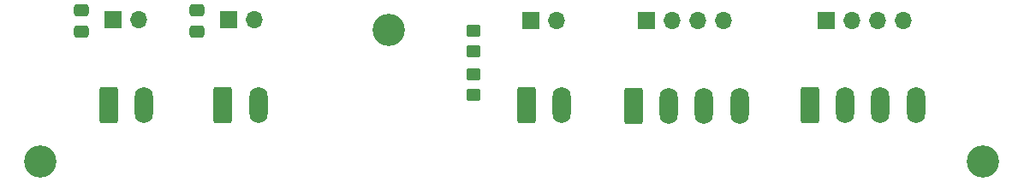
<source format=gbr>
%TF.GenerationSoftware,KiCad,Pcbnew,8.0.3*%
%TF.CreationDate,2024-08-08T19:12:20+01:00*%
%TF.ProjectId,FCPC Breakout PCB,46435043-2042-4726-9561-6b6f75742050,V1.1*%
%TF.SameCoordinates,Original*%
%TF.FileFunction,Soldermask,Top*%
%TF.FilePolarity,Negative*%
%FSLAX46Y46*%
G04 Gerber Fmt 4.6, Leading zero omitted, Abs format (unit mm)*
G04 Created by KiCad (PCBNEW 8.0.3) date 2024-08-08 19:12:20*
%MOMM*%
%LPD*%
G01*
G04 APERTURE LIST*
G04 Aperture macros list*
%AMRoundRect*
0 Rectangle with rounded corners*
0 $1 Rounding radius*
0 $2 $3 $4 $5 $6 $7 $8 $9 X,Y pos of 4 corners*
0 Add a 4 corners polygon primitive as box body*
4,1,4,$2,$3,$4,$5,$6,$7,$8,$9,$2,$3,0*
0 Add four circle primitives for the rounded corners*
1,1,$1+$1,$2,$3*
1,1,$1+$1,$4,$5*
1,1,$1+$1,$6,$7*
1,1,$1+$1,$8,$9*
0 Add four rect primitives between the rounded corners*
20,1,$1+$1,$2,$3,$4,$5,0*
20,1,$1+$1,$4,$5,$6,$7,0*
20,1,$1+$1,$6,$7,$8,$9,0*
20,1,$1+$1,$8,$9,$2,$3,0*%
G04 Aperture macros list end*
%ADD10RoundRect,0.250000X-0.650000X-1.550000X0.650000X-1.550000X0.650000X1.550000X-0.650000X1.550000X0*%
%ADD11O,1.800000X3.600000*%
%ADD12RoundRect,0.250000X-0.475000X0.337500X-0.475000X-0.337500X0.475000X-0.337500X0.475000X0.337500X0*%
%ADD13RoundRect,0.250000X0.450000X-0.350000X0.450000X0.350000X-0.450000X0.350000X-0.450000X-0.350000X0*%
%ADD14C,3.200000*%
%ADD15R,1.700000X1.700000*%
%ADD16O,1.700000X1.700000*%
G04 APERTURE END LIST*
D10*
%TO.C,J3*%
X153466800Y-127508000D03*
D11*
X156966800Y-127508000D03*
%TD*%
D12*
%TO.C,C2*%
X120842700Y-118121400D03*
X120842700Y-120196400D03*
%TD*%
%TO.C,C1*%
X109463500Y-118121400D03*
X109463500Y-120196400D03*
%TD*%
D10*
%TO.C,J4*%
X123438700Y-127540900D03*
D11*
X126938700Y-127540900D03*
%TD*%
D10*
%TO.C,J5*%
X112110300Y-127540900D03*
D11*
X115610300Y-127540900D03*
%TD*%
D13*
%TO.C,R1*%
X148234400Y-126476000D03*
X148234400Y-124476000D03*
%TD*%
D14*
%TO.C,REF\u002A\u002A*%
X105410000Y-133096000D03*
%TD*%
%TO.C,REF\u002A\u002A*%
X139852400Y-120091200D03*
%TD*%
D10*
%TO.C,J1*%
X181452300Y-127540900D03*
D11*
X184952300Y-127540900D03*
X188452300Y-127540900D03*
X191952300Y-127540900D03*
%TD*%
D13*
%TO.C,R2*%
X148234400Y-122158000D03*
X148234400Y-120158000D03*
%TD*%
D10*
%TO.C,J2*%
X164033200Y-127558800D03*
D11*
X167533200Y-127558800D03*
X171033200Y-127558800D03*
X174533200Y-127558800D03*
%TD*%
D14*
%TO.C,REF\u002A\u002A*%
X198628000Y-133096000D03*
%TD*%
D15*
%TO.C,J10*%
X165348800Y-119126000D03*
D16*
X167888800Y-119126000D03*
X170428800Y-119126000D03*
X172968800Y-119126000D03*
%TD*%
D15*
%TO.C,J8*%
X124038100Y-119057300D03*
D16*
X126578100Y-119057300D03*
%TD*%
D15*
%TO.C,J6*%
X153868000Y-119126000D03*
D16*
X156408000Y-119126000D03*
%TD*%
D15*
%TO.C,J7*%
X183078000Y-119126000D03*
D16*
X185618000Y-119126000D03*
X188158000Y-119126000D03*
X190698000Y-119126000D03*
%TD*%
D15*
%TO.C,J9*%
X112562300Y-119057300D03*
D16*
X115102300Y-119057300D03*
%TD*%
M02*

</source>
